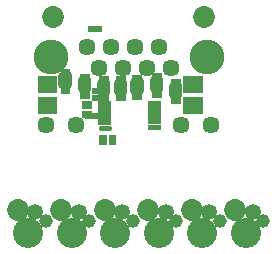
<source format=gbr>
G04 start of page 9 for group -4062 idx -4062 *
G04 Title: (unknown), soldermask *
G04 Creator: pcb 4.2.0 *
G04 CreationDate: Mon Aug 31 02:34:49 2020 UTC *
G04 For: commonadmin *
G04 Format: Gerber/RS-274X *
G04 PCB-Dimensions (mil): 1000.00 1100.00 *
G04 PCB-Coordinate-Origin: lower left *
%MOIN*%
%FSLAX25Y25*%
%LNBOTTOMMASK*%
%ADD100C,0.0180*%
%ADD99C,0.0200*%
%ADD98C,0.0001*%
%ADD97C,0.0572*%
%ADD96C,0.1162*%
%ADD95C,0.0454*%
%ADD94C,0.0532*%
%ADD93C,0.0729*%
%ADD92C,0.1005*%
G54D92*X10500Y11500D03*
G54D93*X6957Y18980D03*
G54D94*X12862Y18587D03*
G54D95*X16406Y15437D03*
G54D92*X25000Y11500D03*
G54D93*X21457Y18980D03*
G54D95*X30906Y15437D03*
G54D93*X18819Y83504D03*
G54D96*X18031Y70000D03*
G54D97*X46024Y73543D03*
X37992D03*
X29961D03*
X61535Y47520D03*
X71575D03*
G54D93*X69213Y83504D03*
G54D96*X70000Y70000D03*
G54D97*X54055Y73543D03*
X42008Y66457D03*
X33976D03*
X16457Y47520D03*
X26496D03*
X50039Y66457D03*
X58071D03*
G54D94*X27362Y18587D03*
G54D93*X35957Y18980D03*
G54D94*X41862Y18587D03*
G54D92*X39500Y11500D03*
G54D95*X45406Y15437D03*
G54D92*X54000Y11500D03*
G54D95*X59906Y15437D03*
G54D92*X68500Y11500D03*
G54D93*X50457Y18980D03*
G54D94*X56362Y18587D03*
G54D93*X64957Y18980D03*
G54D94*X70862Y18587D03*
G54D95*X74406Y15437D03*
G54D92*X83000Y11500D03*
G54D95*X88906Y15437D03*
G54D93*X79457Y18980D03*
G54D94*X85362Y18587D03*
G54D98*G36*
X62248Y63859D02*Y58141D01*
X68752D01*
Y63859D01*
X62248D01*
G37*
G36*
Y56773D02*Y51055D01*
X68752D01*
Y56773D01*
X62248D01*
G37*
G36*
X50300Y55400D02*Y53600D01*
X54700D01*
Y55400D01*
X50300D01*
G37*
G36*
Y53400D02*Y51600D01*
X54700D01*
Y53400D01*
X50300D01*
G37*
G36*
Y51400D02*Y49600D01*
X54700D01*
Y51400D01*
X50300D01*
G37*
G36*
Y49500D02*Y47700D01*
X54700D01*
Y49500D01*
X50300D01*
G37*
G36*
Y47500D02*Y45700D01*
X54700D01*
Y47500D01*
X50300D01*
G37*
G54D99*X52000Y62550D02*Y59550D01*
Y62550D02*X52700Y63250D01*
G54D98*G36*
X53700Y64750D02*X51700D01*
Y62250D01*
X53700D01*
Y64750D01*
G37*
G54D99*X52000Y62250D02*X52600Y61650D01*
X52000Y61050D02*X52600Y61650D01*
X52000Y59550D02*X52700Y58850D01*
G54D98*G36*
X53700Y59850D02*X51700D01*
Y56350D01*
X53700D01*
Y59850D01*
G37*
G54D99*X52000D02*X52600Y60450D01*
X52000Y61050D02*X52600Y60450D01*
X54600Y62650D02*Y59550D01*
Y59750D02*Y59550D01*
X54000Y63250D02*X54600Y62650D01*
G54D98*G36*
X55000Y64750D02*X53000D01*
Y62250D01*
X55000D01*
Y64750D01*
G37*
G54D99*X54000Y58950D02*X54600Y59550D01*
X53900Y60450D02*X54600Y59750D01*
X53900Y60450D02*X54600Y61150D01*
X53900Y61650D02*X54600Y60950D01*
X53900Y61650D02*X54600Y62350D01*
G54D98*G36*
X55000Y59950D02*X53000D01*
Y56350D01*
X55000D01*
Y59950D01*
G37*
G54D99*X58300Y60550D02*Y57550D01*
Y60550D02*X59000Y61250D01*
G54D98*G36*
X60000Y62750D02*X58000D01*
Y60250D01*
X60000D01*
Y62750D01*
G37*
G54D99*X58300Y60250D02*X58900Y59650D01*
X58300Y59050D02*X58900Y59650D01*
X58300Y57550D02*X59000Y56850D01*
G54D98*G36*
X60000Y57850D02*X58000D01*
Y54350D01*
X60000D01*
Y57850D01*
G37*
G54D99*X58300D02*X58900Y58450D01*
X58300Y59050D02*X58900Y58450D01*
X60900Y60650D02*Y57550D01*
Y57750D02*Y57550D01*
X60300Y61250D02*X60900Y60650D01*
G54D98*G36*
X61300Y62750D02*X59300D01*
Y60250D01*
X61300D01*
Y62750D01*
G37*
G54D99*X60300Y56950D02*X60900Y57550D01*
G54D98*G36*
X61300Y57950D02*X59300D01*
Y54350D01*
X61300D01*
Y57950D01*
G37*
G54D99*X60200Y58450D02*X60900Y57750D01*
X60200Y58450D02*X60900Y59150D01*
X60200Y59650D02*X60900Y58950D01*
X60200Y59650D02*X60900Y60350D01*
G54D98*G36*
X13748Y63859D02*Y58141D01*
X20252D01*
Y63859D01*
X13748D01*
G37*
G54D99*X21600Y63900D02*X22300Y64600D01*
G54D98*G36*
X23300Y66100D02*X21300D01*
Y63600D01*
X23300D01*
Y66100D01*
G37*
G54D99*X21600Y60900D02*X22300Y60200D01*
G54D98*G36*
X23300Y61200D02*X21300D01*
Y57700D01*
X23300D01*
Y61200D01*
G37*
G54D99*X21600Y63900D02*Y60900D01*
Y61200D02*X22200Y61800D01*
X21600Y62400D02*X22200Y61800D01*
X21600Y63600D02*X22200Y63000D01*
X21600Y62400D02*X22200Y63000D01*
X24200Y64000D02*Y60900D01*
X23600Y64600D02*X24200Y64000D01*
G54D98*G36*
X24600Y66100D02*X22600D01*
Y63600D01*
X24600D01*
Y66100D01*
G37*
G54D99*X23500Y61800D02*X24200Y62500D01*
X23500Y63000D02*X24200Y62300D01*
X23500Y63000D02*X24200Y63700D01*
X23600Y60300D02*X24200Y60900D01*
G54D98*G36*
X24600Y61300D02*X22600D01*
Y57700D01*
X24600D01*
Y61300D01*
G37*
G54D99*X23500Y61800D02*X24200Y61100D01*
Y60900D01*
G54D98*G36*
X13748Y56773D02*Y51055D01*
X20252D01*
Y56773D01*
X13748D01*
G37*
G36*
X31913Y51587D02*Y49413D01*
X34087D01*
Y51587D01*
X31913D01*
G37*
G36*
X29551D02*Y49413D01*
X31725D01*
Y51587D01*
X29551D01*
G37*
G36*
X28323Y52284D02*Y49716D01*
X31677D01*
Y52284D01*
X28323D01*
G37*
G36*
Y55432D02*Y52864D01*
X31677D01*
Y55432D01*
X28323D01*
G37*
G36*
X31913Y57587D02*Y55413D01*
X34087D01*
Y57587D01*
X31913D01*
G37*
G54D99*X28000Y62400D02*Y59400D01*
X28700Y58700D01*
X28000Y59700D02*X28600Y60300D01*
X28000Y60900D02*X28600Y60300D01*
G54D98*G36*
X29700Y59700D02*X27700D01*
Y56200D01*
X29700D01*
Y59700D01*
G37*
G36*
Y64600D02*X27700D01*
Y62100D01*
X29700D01*
Y64600D01*
G37*
G54D99*X28000Y62400D02*X28700Y63100D01*
X28000Y62100D02*X28600Y61500D01*
X28000Y60900D02*X28600Y61500D01*
X30600Y62500D02*Y59400D01*
X30000Y63100D02*X30600Y62500D01*
G54D98*G36*
X31000Y64600D02*X29000D01*
Y62100D01*
X31000D01*
Y64600D01*
G37*
G54D99*X29900Y60300D02*X30600Y61000D01*
X29900Y61500D02*X30600Y60800D01*
X29900Y61500D02*X30600Y62200D01*
X30000Y58800D02*X30600Y59400D01*
G54D98*G36*
X31000Y59800D02*X29000D01*
Y56200D01*
X31000D01*
Y59800D01*
G37*
G54D99*X29900Y60300D02*X30600Y59600D01*
Y59400D01*
G54D98*G36*
X31913Y59949D02*Y57775D01*
X34087D01*
Y59949D01*
X31913D01*
G37*
G54D99*X34300Y61450D02*Y58450D01*
X35000Y57750D01*
X34300Y58750D02*X34900Y59350D01*
X34300Y59950D02*X34900Y59350D01*
G54D98*G36*
X36000Y58750D02*X34000D01*
Y55250D01*
X36000D01*
Y58750D01*
G37*
G54D99*X34300Y61450D02*X35000Y62150D01*
X34300Y61150D02*X34900Y60550D01*
X34300Y59950D02*X34900Y60550D01*
G54D98*G36*
X32913Y80587D02*Y78413D01*
X35087D01*
Y80587D01*
X32913D01*
G37*
G36*
X30551D02*Y78413D01*
X32725D01*
Y80587D01*
X30551D01*
G37*
G36*
X36000Y63650D02*X34000D01*
Y61150D01*
X36000D01*
Y63650D01*
G37*
G54D99*X36300Y62150D02*X36900Y61550D01*
G54D98*G36*
X37300Y63650D02*X35300D01*
Y61150D01*
X37300D01*
Y63650D01*
G37*
G54D99*X36900Y61550D02*Y58450D01*
X36200Y59350D02*X36900Y60050D01*
X36200Y60550D02*X36900Y59850D01*
X36200Y60550D02*X36900Y61250D01*
G54D100*X34700Y46500D02*X37300D01*
G54D98*G36*
X33800Y49400D02*Y47600D01*
X38200D01*
Y49400D01*
X33800D01*
G37*
G36*
Y51400D02*Y49600D01*
X38200D01*
Y51400D01*
X33800D01*
G37*
G36*
Y53300D02*Y51500D01*
X38200D01*
Y53300D01*
X33800D01*
G37*
G36*
Y55300D02*Y53500D01*
X38200D01*
Y55300D01*
X33800D01*
G37*
G36*
X36784Y44177D02*X34216D01*
Y40823D01*
X36784D01*
Y44177D01*
G37*
G36*
X39932D02*X37364D01*
Y40823D01*
X39932D01*
Y44177D01*
G37*
G54D99*X36300Y57850D02*X36900Y58450D01*
G54D98*G36*
X37300Y58850D02*X35300D01*
Y55250D01*
X37300D01*
Y58850D01*
G37*
G54D99*X36200Y59350D02*X36900Y58650D01*
Y58450D01*
X40000Y61550D02*Y58550D01*
X40700Y57850D01*
X40000Y58850D02*X40600Y59450D01*
X40000Y60050D02*X40600Y59450D01*
X40000Y60050D02*X40600Y60650D01*
G54D98*G36*
X41700Y58850D02*X39700D01*
Y55350D01*
X41700D01*
Y58850D01*
G37*
G54D99*X40000Y61550D02*X40700Y62250D01*
G54D98*G36*
X41700Y63750D02*X39700D01*
Y61250D01*
X41700D01*
Y63750D01*
G37*
G54D99*X40000Y61250D02*X40600Y60650D01*
X42000Y57950D02*X42600Y58550D01*
G54D98*G36*
X43000Y58950D02*X41000D01*
Y55350D01*
X43000D01*
Y58950D01*
G37*
G54D99*X41900Y59450D02*X42600Y58750D01*
Y58550D01*
Y61650D02*Y58550D01*
X41900Y59450D02*X42600Y60150D01*
X41900Y60650D02*X42600Y59950D01*
X41900Y60650D02*X42600Y61350D01*
X42000Y62250D02*X42600Y61650D01*
G54D98*G36*
X43000Y63750D02*X41000D01*
Y61250D01*
X43000D01*
Y63750D01*
G37*
G36*
X47200Y64100D02*X45200D01*
Y61600D01*
X47200D01*
Y64100D01*
G37*
G54D99*X45500Y61900D02*X46200Y62600D01*
X45500Y61600D02*X46100Y61000D01*
X45500Y60400D02*X46100Y61000D01*
X45500Y61900D02*Y58900D01*
X46200Y58200D01*
X45500Y59200D02*X46100Y59800D01*
X45500Y60400D02*X46100Y59800D01*
G54D98*G36*
X47200Y59200D02*X45200D01*
Y55700D01*
X47200D01*
Y59200D01*
G37*
G54D99*X48100Y62000D02*Y58900D01*
X47500Y62600D02*X48100Y62000D01*
G54D98*G36*
X48500Y64100D02*X46500D01*
Y61600D01*
X48500D01*
Y64100D01*
G37*
G54D99*X47400Y61000D02*X48100Y61700D01*
X47500Y58300D02*X48100Y58900D01*
G54D98*G36*
X48500Y59300D02*X46500D01*
Y55700D01*
X48500D01*
Y59300D01*
G37*
G54D99*X47400Y59800D02*X48100Y59100D01*
Y58900D01*
X47400Y59800D02*X48100Y60500D01*
X47400Y61000D02*X48100Y60300D01*
M02*

</source>
